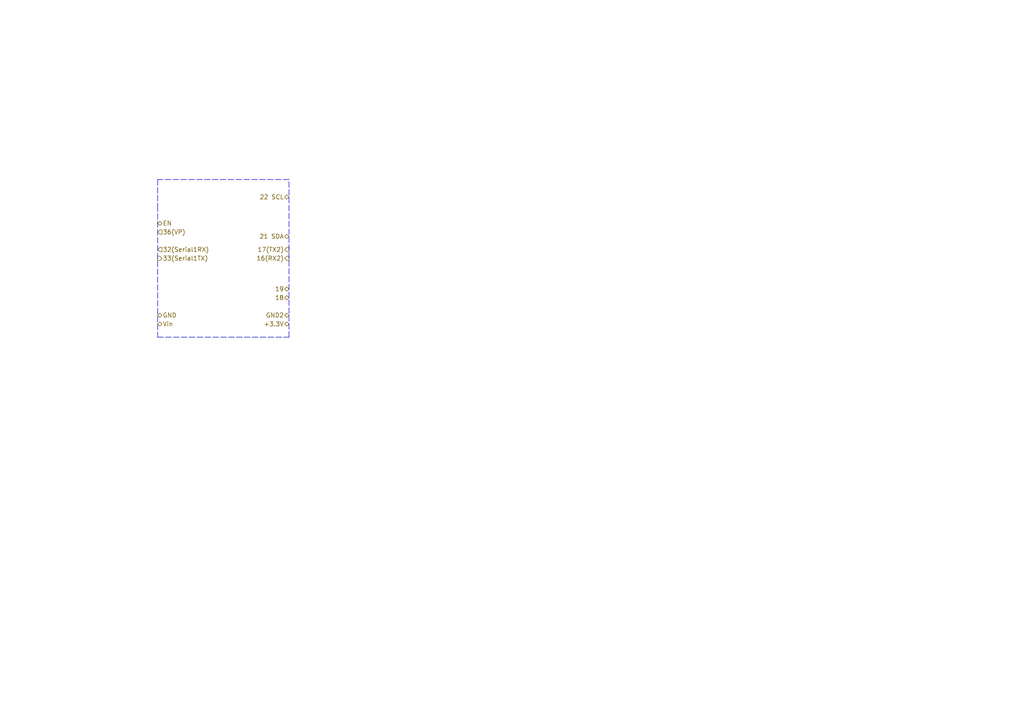
<source format=kicad_sch>
(kicad_sch (version 20211123) (generator eeschema)
  (paper "A4")
  (lib_symbols)
  (polyline (pts (xy 83.82 52.07) (xy 45.72 52.07)))
  (polyline (pts (xy 83.82 97.79) (xy 83.82 52.07)))
  (polyline (pts (xy 45.72 52.07) (xy 45.72 59.69)))
  (polyline (pts (xy 45.72 97.79) (xy 83.82 97.79)))
  (polyline (pts (xy 45.72 59.69) (xy 45.72 97.79)))
  (hierarchical_label "Vin" (shape bidirectional) (at 45.72 93.98 0))
  (hierarchical_label "22 SCL" (shape bidirectional) (at 83.82 57.15 180))
  (hierarchical_label "32(Serial1RX)" (shape input) (at 45.72 72.39 0))
  (hierarchical_label "21 SDA" (shape bidirectional) (at 83.82 68.58 180))
  (hierarchical_label "18" (shape bidirectional) (at 83.82 86.36 180))
  (hierarchical_label "16(RX2)" (shape output) (at 83.82 74.93 180))
  (hierarchical_label "17(TX2)" (shape output) (at 83.82 72.39 180))
  (hierarchical_label "GND" (shape bidirectional) (at 45.72 91.44 0))
  (hierarchical_label "19" (shape bidirectional) (at 83.82 83.82 180))
  (hierarchical_label "+3.3V" (shape bidirectional) (at 83.82 93.98 180))
  (hierarchical_label "GND2" (shape bidirectional) (at 83.82 91.44 180))
  (hierarchical_label "EN" (shape bidirectional) (at 45.72 64.77 0))
  (hierarchical_label "36(VP)" (shape input) (at 45.72 67.31 0))
  (hierarchical_label "33(Serial1TX)" (shape output) (at 45.72 74.93 0))
)
</source>
